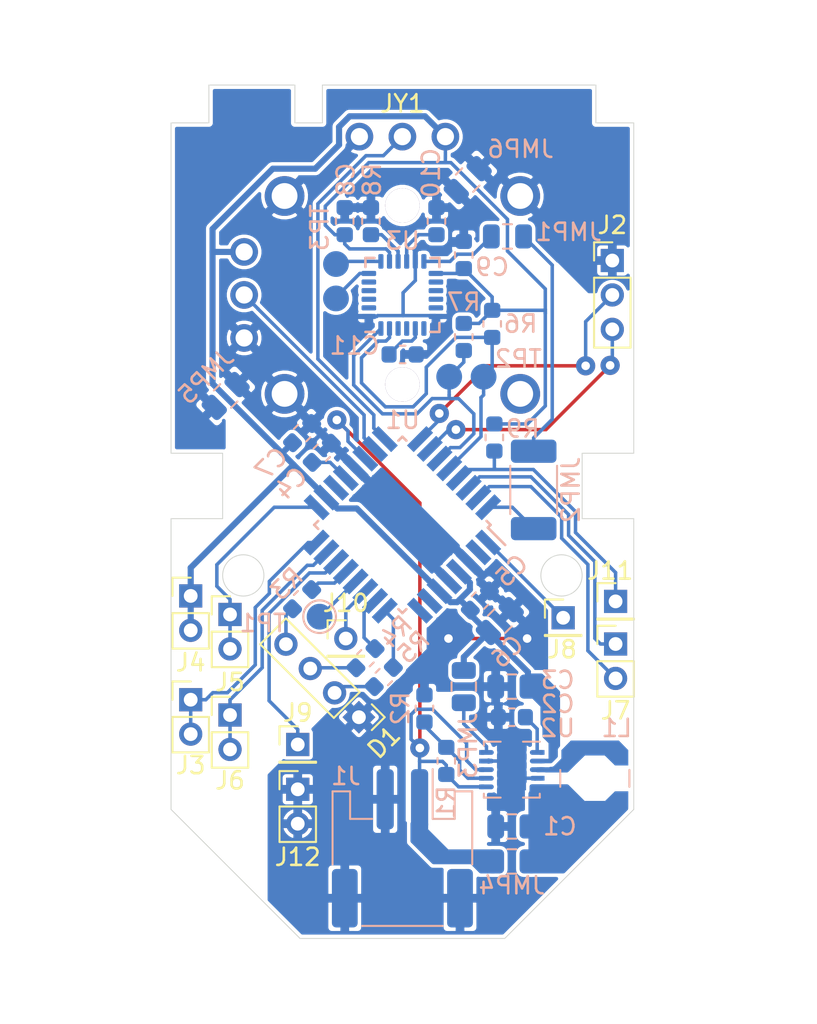
<source format=kicad_pcb>
(kicad_pcb (version 20211014) (generator pcbnew)
  (layers (0 "F.Cu" signal) (31 "B.Cu" signal) (34 "B.Paste" user) (35 "F.Paste" user) (36 "B.SilkS" user "B.Silkscreen") (37 "F.SilkS" user "F.Silkscreen") (38 "B.Mask" user) (39 "F.Mask" user) (44 "Edge.Cuts" user))
  (net 0 "")
  (net 1 "GND")
  (net 2 "+1V5")
  (net 3 "Net-(C2-Pad1)")
  (net 4 "+3V3")
  (net 5 "Net-(C4-Pad1)")
  (net 6 "Net-(C10-Pad1)")
  (net 7 "Net-(C11-Pad1)")
  (net 8 "Net-(D1-Pad4)")
  (net 9 "Net-(D1-Pad3)")
  (net 10 "Net-(D1-Pad2)")
  (net 11 "/BUT_C")
  (net 12 "/BUT_Z")
  (net 13 "/MISO")
  (net 14 "/SCK")
  (net 15 "/MOSI")
  (net 16 "/TX")
  (net 17 "/RX")
  (net 18 "/RF24_INT")
  (net 19 "/CSN")
  (net 20 "/CE")
  (net 21 "/RESET")
  (net 22 "/JOY_Y")
  (net 23 "/JOY_X")
  (net 24 "Net-(L1-Pad2)")
  (net 25 "Net-(R1-Pad2)")
  (net 26 "/B")
  (net 27 "/G")
  (net 28 "/R")
  (net 29 "/SCL")
  (net 30 "/SDA")
  (net 31 "Net-(R8-Pad1)")
  (net 32 "Net-(TP1-Pad1)")
  (net 33 "Net-(TP3-Pad2)")
  (net 34 "Net-(TP3-Pad1)")
  (net 35 "Net-(U1-Pad19)")
  (net 36 "Net-(U1-Pad8)")
  (net 37 "Net-(U1-Pad7)")
  (net 38 "Net-(U1-Pad2)")
  (net 39 "/MPU_INT")
  (footprint "Connector_PinHeader_2.00mm:PinHeader_1x04_P2.00mm_Vertical" (layer "F.Cu") (at 149.352 100.076 -135)
    (fp_text reference "D1")
    (fp_text value "LED_CRGB")
  )
  (footprint "Connector_PinHeader_2.00mm:PinHeader_1x02_P2.00mm_Vertical" (layer "F.Cu") (at 139.573 99.06)
    (fp_text reference "J3")
    (fp_text value "MISO")
  )
  (footprint "Connector_PinHeader_2.00mm:PinHeader_1x02_P2.00mm_Vertical" (layer "F.Cu") (at 139.573 93.0275)
    (fp_text reference "J4")
    (fp_text value "3v3")
  )
  (footprint "Connector_PinHeader_2.00mm:PinHeader_1x02_P2.00mm_Vertical" (layer "F.Cu") (at 141.859 94.107)
    (fp_text reference "J5")
    (fp_text value "SCK")
  )
  (footprint "Connector_PinHeader_2.00mm:PinHeader_1x02_P2.00mm_Vertical" (layer "F.Cu") (at 141.859 99.949)
    (fp_text reference "J6")
    (fp_text value "MOSI")
  )
  (footprint "Connector_PinHeader_2.00mm:PinHeader_1x02_P2.00mm_Vertical" (layer "F.Cu") (at 164.2745 95.8215)
    (fp_text reference "J7")
    (fp_text value "UART")
  )
  (footprint "Connector_PinHeader_2.00mm:PinHeader_1x01_P2.00mm_Vertical" (layer "F.Cu") (at 161.2265 94.2975)
    (fp_text reference "J8")
    (fp_text value "IRQ")
  )
  (footprint "Connector_PinHeader_2.00mm:PinHeader_1x01_P2.00mm_Vertical" (layer "F.Cu") (at 145.796 101.6635)
    (fp_text reference "J9")
    (fp_text value "CSN")
  )
  (footprint "Connector_PinHeader_2.00mm:PinHeader_1x01_P2.00mm_Vertical" (layer "F.Cu") (at 148.59 95.504)
    (fp_text reference "J10")
    (fp_text value "CE")
  )
  (footprint "Connector_PinHeader_2.00mm:PinHeader_1x01_P2.00mm_Vertical" (layer "F.Cu") (at 164.2745 93.345)
    (fp_text reference "J11")
    (fp_text value "RST")
  )
  (footprint "Connector_PinHeader_2.00mm:PinHeader_1x02_P2.00mm_Vertical" (layer "F.Cu") (at 145.796 104.267)
    (fp_text reference "J12")
    (fp_text value "GND")
  )
  (footprint "someparts:Nunchuk_Joystick" (layer "F.Cu") (at 151.88 75.536)
    (fp_text reference "JY1")
    (fp_text value "Nunchuk_Joystick")
  )
  (footprint "Connector_PinHeader_2.00mm:PinHeader_1x03_P2.00mm_Vertical" (layer "F.Cu") (at 164.084 73.536)
    (fp_text reference "J2")
    (fp_text value "Buttons")
  )
  (footprint "Resistor_SMD:R_0805_2012Metric" (layer "B.Cu") (at 155.448 98.298 -90)
    (fp_text reference "JMP3")
    (fp_text value "R_0805_2012Metric")
  )
  (footprint "Resistor_SMD:R_0805_2012Metric" (layer "B.Cu") (at 158.242 108.458 180)
    (fp_text reference "JMP4")
    (fp_text value "R_0805_2012Metric")
  )
  (footprint "Capacitor_SMD:C_0805_2012Metric" (layer "B.Cu") (at 158.242 106.426 180)
    (fp_text reference "C1")
    (fp_text value "10u")
  )
  (footprint "Capacitor_SMD:C_0603_1608Metric" (layer "B.Cu") (at 158.242 100.076 180)
    (fp_text reference "C2")
    (fp_text value "1u")
  )
  (footprint "Capacitor_SMD:C_0805_2012Metric" (layer "B.Cu") (at 158.242 98.298 180)
    (fp_text reference "C3")
    (fp_text value "10u")
  )
  (footprint "Capacitor_SMD:C_0603_1608Metric" (layer "B.Cu") (at 147.193 84.709 45)
    (fp_text reference "C4")
    (fp_text value "100n")
  )
  (footprint "Capacitor_SMD:C_0805_2012Metric" (layer "B.Cu") (at 157.5435 94.488 45)
    (fp_text reference "C6")
    (fp_text value "10u")
  )
  (footprint "Capacitor_SMD:C_0603_1608Metric" (layer "B.Cu") (at 146.05 83.566 45)
    (fp_text reference "C7")
    (fp_text value "100n")
  )
  (footprint "Capacitor_SMD:C_0603_1608Metric" (layer "B.Cu") (at 148.5265 71.247 90)
    (fp_text reference "C8")
    (fp_text value "10n")
  )
  (footprint "Capacitor_SMD:C_0603_1608Metric" (layer "B.Cu") (at 153.8605 71.247 90)
    (fp_text reference "C10")
    (fp_text value "100n")
  )
  (footprint "Inductor_SMD:L_Coilcraft_LPS4018" (layer "B.Cu") (at 163.068 103.632 90)
    (fp_text reference "L1")
    (fp_text value "2.2u")
  )
  (footprint "Resistor_SMD:R_0603_1608Metric" (layer "B.Cu") (at 154.432 102.616 90)
    (fp_text reference "R1")
    (fp_text value "220k")
  )
  (footprint "Resistor_SMD:R_0603_1608Metric" (layer "B.Cu") (at 153.162 99.568 90)
    (fp_text reference "R2")
    (fp_text value "100k")
  )
  (footprint "Resistor_SMD:R_0603_1608Metric" (layer "B.Cu") (at 146.05 93.218 45)
    (fp_text reference "R3")
    (fp_text value "150")
  )
  (footprint "Resistor_SMD:R_0603_1608Metric" (layer "B.Cu") (at 149.733 96.647 45)
    (fp_text reference "R4")
    (fp_text value "150")
  )
  (footprint "Resistor_SMD:R_0603_1608Metric" (layer "B.Cu") (at 150.797847 97.741153 45)
    (fp_text reference "R5")
    (fp_text value "150")
  )
  (footprint "Resistor_SMD:R_0603_1608Metric" (layer "B.Cu") (at 157.099 77.216 -90)
    (fp_text reference "R6")
    (fp_text value "2.2k")
  )
  (footprint "Resistor_SMD:R_0603_1608Metric" (layer "B.Cu") (at 155.448 77.978 -90)
    (fp_text reference "R7")
    (fp_text value "2.2k")
  )
  (footprint "Resistor_SMD:R_0603_1608Metric" (layer "B.Cu") (at 150.0505 71.247 90)
    (fp_text reference "R8")
    (fp_text value "4.7k")
  )
  (footprint "Resistor_SMD:R_0603_1608Metric" (layer "B.Cu") (at 157.226 83.82 -90)
    (fp_text reference "R9")
    (fp_text value "10k")
  )
  (footprint "TestPoint:TestPoint_Pad_D1.5mm" (layer "B.Cu") (at 147.066 94.234)
    (fp_text reference "TP1")
    (fp_text value "CLKO")
  )
  (footprint "someparts:TP_2_D1.5mm" (layer "B.Cu") (at 155.6004 80.2894)
    (fp_text reference "TP2")
    (fp_text value "I2C")
  )
  (footprint "someparts:TP_2_D1.5mm" (layer "B.Cu") (at 148.0185 74.7395 90)
    (fp_text reference "TP3")
    (fp_text value "AUX_I2C")
  )
  (footprint "Package_SON:Texas_S-PVSON-N10_ThermalVias" (layer "B.Cu") (at 158.242 103.124 180)
    (fp_text reference "U2")
    (fp_text value "TPS61201DRC")
  )
  (footprint "Sensor_Motion:InvenSense_QFN-24_4x4mm_P0.5mm" (layer "B.Cu") (at 151.88 75.536)
    (fp_text reference "U3")
    (fp_text value "MPU-6050")
  )
  (footprint "Resistor_SMD:R_0805_2012Metric" (layer "B.Cu") (at 155.6766 68.8594 45)
    (fp_text reference "JMP6")
    (fp_text value "R_0805_2012Metric")
  )
  (footprint "Resistor_SMD:R_0805_2012Metric" (layer "B.Cu") (at 141.605 81.407 45)
    (fp_text reference "JMP5")
    (fp_text value "R_0805_2012Metric")
  )
  (footprint "Package_QFP:TQFP-32_7x7mm_P0.8mm" (layer "B.Cu") (at 151.88 88.9 135)
    (fp_text reference "U1")
    (fp_text value "ATmega328P-AU")
  )
  (footprint "Capacitor_SMD:C_0603_1608Metric" (layer "B.Cu") (at 155.448 73.2155 90)
    (fp_text reference "C9")
    (fp_text value "100n")
  )
  (footprint "Connector_JST:JST_PH_S2B-PH-SM4-TB_1x02-1MP_P2.00mm_Horizontal" (layer "B.Cu") (at 151.88 107.696 180)
    (fp_text reference "J1")
    (fp_text value "Battery")
  )
  (footprint "Capacitor_SMD:C_0603_1608Metric" (layer "B.Cu") (at 156.385847 93.296153 45)
    (fp_text reference "C5")
    (fp_text value "100n")
  )
  (footprint "Capacitor_SMD:C_0603_1608Metric" (layer "B.Cu") (at 151.892 78.994)
    (fp_text reference "C11")
    (fp_text value "2.2n")
  )
  (footprint "Resistor_SMD:R_0805_2012Metric" (layer "B.Cu") (at 157.988 72.136)
    (fp_text reference "JMP1")
    (fp_text value "R_0805_2012Metric")
  )
  (footprint "Resistor_SMD:R_2010_5025Metric" (layer "B.Cu") (at 159.512 86.868 90)
    (fp_text reference "JMP2")
    (fp_text value "R_2010_5025Metric")
  )
  (gr_line (start 165.33 88.536) (end 162.33 88.536) (layer "Edge.Cuts") (width 0.05))
  (gr_line (start 163.13 63.336) (end 147.23 63.336) (layer "Edge.Cuts") (width 0.05))
  (gr_line (start 162.33 88.536) (end 162.33 84.736) (layer "Edge.Cuts") (width 0.05))
  (gr_line (start 145.63 65.536) (end 145.63 63.336) (layer "Edge.Cuts") (width 0.05))
  (gr_line (start 147.23 65.536) (end 145.63 65.536) (layer "Edge.Cuts") (width 0.05))
  (gr_line (start 145.93 112.936) (end 138.43 105.436) (layer "Edge.Cuts") (width 0.05))
  (gr_line (start 163.13 65.536) (end 163.13 63.336) (layer "Edge.Cuts") (width 0.05))
  (gr_line (start 165.33 84.736) (end 165.33 65.536) (layer "Edge.Cuts") (width 0.05))
  (gr_line (start 165.33 65.536) (end 163.13 65.536) (layer "Edge.Cuts") (width 0.05))
  (gr_line (start 162.33 84.736) (end 165.33 84.736) (layer "Edge.Cuts") (width 0.05))
  (gr_line (start 147.23 63.336) (end 147.23 65.536) (layer "Edge.Cuts") (width 0.05))
  (gr_line (start 138.43 105.436) (end 138.43 88.536) (layer "Edge.Cuts") (width 0.05))
  (gr_line (start 138.43 84.736) (end 141.43 84.736) (layer "Edge.Cuts") (width 0.05))
  (gr_line (start 141.43 88.536) (end 138.43 88.536) (layer "Edge.Cuts") (width 0.05))
  (gr_line (start 141.43 84.736) (end 141.43 88.536) (layer "Edge.Cuts") (width 0.05))
  (gr_line (start 138.43 65.536) (end 138.43 84.736) (layer "Edge.Cuts") (width 0.05))
  (gr_line (start 145.63 63.336) (end 140.63 63.336) (layer "Edge.Cuts") (width 0.05))
  (gr_line (start 140.63 63.336) (end 140.63 65.536) (layer "Edge.Cuts") (width 0.05))
  (gr_line (start 140.63 65.536) (end 138.43 65.536) (layer "Edge.Cuts") (width 0.05))
  (gr_line (start 145.93 112.936) (end 157.83 112.936) (layer "Edge.Cuts") (width 0.05))
  (gr_line (start 165.33 105.436) (end 165.33 88.536) (layer "Edge.Cuts") (width 0.05))
  (gr_line (start 157.83 112.936) (end 165.33 105.436) (layer "Edge.Cuts") (width 0.05))
  (gr_circle (center 161.13 91.836) (end 162.33 91.836) (layer "Edge.Cuts") (width 0.05) (fill none))
  (gr_circle (center 142.63 91.836) (end 143.83 91.836) (layer "Edge.Cuts") (width 0.05) (fill none))
  (segment (start 159.131 95.504) (end 158.340738 95.504) (width 0.2032) (layer "F.Cu") (net 1))
  (segment (start 158.340738 95.504) (end 154.559 95.504) (width 0.2032) (layer "F.Cu") (net 1))
  (via (at 159.131 95.504) (size 1.1176) (drill 0.5) (layers "F.Cu" "B.Cu") (net 1))
  (via (at 154.559 95.504) (size 1.1176) (drill 0.5) (layers "F.Cu" "B.Cu") (net 1))
  (segment (start 154.461902 72.644) (end 155.232 72.644) (width 0.2032) (layer "B.Cu") (net 1))
  (segment (start 150.38761 76.786) (end 150.436 76.73761) (width 0.2032) (layer "B.Cu") (net 1))
  (segment (start 152.6795 78.994) (end 153.416 78.994) (width 0.2032) (layer "B.Cu") (net 1))
  (segment (start 150.436 76.73761) (end 151.92161 76.73761) (width 0.2032) (layer "B.Cu") (net 1))
  (segment (start 151.92161 75.40839) (end 151.92161 76.73761) (width 0.2032) (layer "B.Cu") (net 1))
  (segment (start 159.717 103.624) (end 158.742 103.624) (width 0.2032) (layer "B.Cu") (net 1))
  (segment (start 153.83 78.58) (end 153.83 76.786) (width 0.2032) (layer "B.Cu") (net 1))
  (segment (start 153.416 78.994) (end 153.83 78.58) (width 0.2032) (layer "B.Cu") (net 1))
  (segment (start 152.63 73.586) (end 152.63 73.061) (width 0.2032) (layer "B.Cu") (net 1))
  (segment (start 154.332292 72.77361) (end 154.461902 72.644) (width 0.2032) (layer "B.Cu") (net 1))
  (segment (start 158.742 103.624) (end 158.242 103.124) (width 0.2032) (layer "B.Cu") (net 1))
  (segment (start 158.492 101.574) (end 158.492 102.874) (width 0.2032) (layer "B.Cu") (net 1))
  (segment (start 158.492 102.874) (end 158.242 103.124) (width 0.2032) (layer "B.Cu") (net 1))
  (segment (start 151.92161 76.73761) (end 153.78161 76.73761) (width 0.2032) (layer "B.Cu") (net 1))
  (segment (start 149.93 76.786) (end 150.38761 76.786) (width 0.2032) (layer "B.Cu") (net 1))
  (segment (start 153.78161 76.73761) (end 153.83 76.786) (width 0.2032) (layer "B.Cu") (net 1))
  (segment (start 152.63 74.7) (end 151.92161 75.40839) (width 0.2032) (layer "B.Cu") (net 1))
  (segment (start 152.63 73.586) (end 152.63 74.7) (width 0.2032) (layer "B.Cu") (net 1))
  (segment (start 152.63 73.061) (end 152.91739 72.77361) (width 0.2032) (layer "B.Cu") (net 1))
  (segment (start 152.91739 72.77361) (end 154.332292 72.77361) (width 0.2032) (layer "B.Cu") (net 1))
  (segment (start 157.742 102.624) (end 158.242 103.124) (width 0.2032) (layer "B.Cu") (net 1))
  (segment (start 155.232 72.644) (end 155.448 72.428) (width 0.2032) (layer "B.Cu") (net 1))
  (segment (start 156.767 102.624) (end 157.742 102.624) (width 0.2032) (layer "B.Cu") (net 1))
  (segment (start 152.89525 87.627498) (end 152.89525 101.86675) (width 0.2032) (layer "F.Cu") (net 2))
  (segment (start 148.068793 82.801041) (end 152.89525 87.627498) (width 0.2032) (layer "F.Cu") (net 2))
  (via (at 148.068793 82.801041) (size 1.1176) (drill 0.5) (layers "F.Cu" "B.Cu") (net 2))
  (via (at 152.89525 101.86675) (size 1.1176) (drill 0.5) (layers "F.Cu" "B.Cu") (net 2))
  (segment (start 152.89525 101.86675) (end 152.8825 101.854) (width 0.2032) (layer "B.Cu") (net 2))
  (segment (start 155.61182 101.594418) (end 153.633792 99.61639) (width 0.2032) (layer "B.Cu") (net 2))
  (segment (start 152.88 104.846) (end 152.88 106.696) (width 0.2032) (layer "B.Cu") (net 2))
  (segment (start 152.38539 99.921208) (end 152.38539 101.35939) (width 0.2032) (layer "B.Cu") (net 2))
  (segment (start 152.88 106.696) (end 154.642 108.458) (width 0.2032) (layer "B.Cu") (net 2))
  (segment (start 156.767 103.124) (end 156.1388 103.124) (width 0.2032) (layer "B.Cu") (net 2))
  (segment (start 164.6015 104.851) (end 164.6255 104.827) (width 0.2032) (layer "B.Cu") (net 2))
  (segment (start 155.1525 104.124) (end 156.482 104.124) (width 0.2032) (layer "B.Cu") (net 2))
  (segment (start 164.6255 104.827) (end 164.6255 105.311) (width 0.2032) (layer "B.Cu") (net 2))
  (segment (start 156.717 108.458) (end 157.3045 108.458) (width 0.2032) (layer "B.Cu") (net 2))
  (segment (start 152.88 104.846) (end 152.88 102.644) (width 0.2032) (layer "B.Cu") (net 2))
  (segment (start 154.432 103.4035) (end 154.432 102.866) (width 0.2032) (layer "B.Cu") (net 2))
  (segment (start 153.633792 99.61639) (end 152.690208 99.61639) (width 0.2032) (layer "B.Cu") (net 2))
  (segment (start 154.432 102.866) (end 154.21 102.644) (width 0.2032) (layer "B.Cu") (net 2))
  (segment (start 155.61182 102.59702) (end 155.61182 101.594418) (width 0.2032) (layer "B.Cu") (net 2))
  (segment (start 152.38539 101.35939) (end 152.480001 101.454001) (width 0.2032) (layer "B.Cu") (net 2))
  (segment (start 154.21 102.644) (end 152.88 102.644) (width 0.2032) (layer "B.Cu") (net 2))
  (segment (start 148.717 83.449248) (end 148.068793 82.801041) (width 0.2032) (layer "B.Cu") (net 2))
  (segment (start 154.642 108.458) (end 156.717 108.458) (width 0.2032) (layer "B.Cu") (net 2))
  (segment (start 152.8825 101.854) (end 152.88 101.854) (width 0.2032) (layer "B.Cu") (net 2))
  (segment (start 152.88 101.882) (end 152.89525 101.86675) (width 0.2032) (layer "B.Cu") (net 2))
  (segment (start 156.1388 103.124) (end 155.61182 102.59702) (width 0.2032) (layer "B.Cu") (net 2))
  (segment (start 148.717 84.039944) (end 148.717 83.449248) (width 0.2032) (layer "B.Cu") (net 2))
  (segment (start 154.432 103.4035) (end 155.1525 104.124) (width 0.2032) (layer "B.Cu") (net 2))
  (segment (start 149.723324 85.046268) (end 148.717 84.039944) (width 0.2032) (layer "B.Cu") (net 2))
  (segment (start 152.480001 101.454001) (end 152.88 101.854) (width 0.2032) (layer "B.Cu") (net 2))
  (segment (start 152.690208 99.61639) (end 152.38539 99.921208) (width 0.2032) (layer "B.Cu") (net 2))
  (segment (start 164.6255 105.311) (end 164.561 105.3755) (width 0.2032) (layer "B.Cu") (net 2))
  (segment (start 164.1155 104.851) (end 164.6015 104.851) (width 0.2032) (layer "B.Cu") (net 2))
  (segment (start 152.88 102.644) (end 152.88 101.882) (width 0.2032) (layer "B.Cu") (net 2))
  (segment (start 159.717 100.7635) (end 159.0295 100.076) (width 0.2032) (layer "B.Cu") (net 3))
  (segment (start 159.717 102.124) (end 159.717 100.7635) (width 0.2032) (layer "B.Cu") (net 3))
  (segment (start 153.197399 65.153399) (end 153.575201 65.531201) (width 0.3556) (layer "B.Cu") (net 4))
  (segment (start 156.337 77.1905) (end 157.099 76.4285) (width 0.2032) (layer "B.Cu") (net 4))
  (segment (start 146.824188 86.672615) (end 147.460583 87.30901) (width 0.3556) (layer "B.Cu") (net 4))
  (segment (start 154.378331 67.845611) (end 154.696489 67.845611) (width 0.2032) (layer "B.Cu") (net 4))
  (segment (start 148.197399 65.768351) (end 148.812351 65.153399) (width 0.3556) (layer "B.Cu") (net 4))
  (segment (start 157.099 76.4285) (end 160.127502 76.4285) (width 0.2032) (layer "B.Cu") (net 4))
  (segment (start 145.556886 85.405314) (end 146.824188 86.672615) (width 0.3556) (layer "B.Cu") (net 4))
  (segment (start 148.5265 72.0345) (end 148.5265 72.572) (width 0.2032) (layer "B.Cu") (net 4))
  (segment (start 155.165 74.286) (end 155.448 74.003) (width 0.2032) (layer "B.Cu") (net 4))
  (segment (start 159.141342 83.0325) (end 160.188001 81.985841) (width 0.2032) (layer "B.Cu") (net 4))
  (segment (start 159.1795 97.449826) (end 156.880587 95.150913) (width 0.3556) (layer "B.Cu") (net 4))
  (segment (start 155.422414 93.446414) (end 155.216042 93.240042) (width 0.3556) (layer "B.Cu") (net 4))
  (segment (start 155.216042 93.240042) (end 155.804442 92.651642) (width 0.3556) (layer "B.Cu") (net 4))
  (segment (start 146.812 68.199) (end 148.197399 66.813601) (width 0.3556) (layer "B.Cu") (net 4))
  (segment (start 155.829 93.853) (end 155.829 94.099326) (width 0.3556) (layer "B.Cu") (net 4))
  (segment (start 139.573 93.0275) (end 139.573 91.3892) (width 0.3556) (layer "B.Cu") (net 4))
  (segment (start 155.448 74.003) (end 157.099 75.654) (width 0.2032) (layer "B.Cu") (net 4))
  (segment (start 140.843 71.702382) (end 144.346382 68.199) (width 0.3556) (layer "B.Cu") (net 4))
  (segment (start 153.400281 92.117337) (end 154.036676 92.753732) (width 0.3556) (layer "B.Cu") (net 4))
  (segment (start 140.843 80.691426) (end 144.883787 84.732213) (width 0.3556) (layer "B.Cu") (net 4))
  (segment (start 156.767 101.7808) (end 155.448 100.4618) (width 0.2032) (layer "B.Cu") (net 4))
  (segment (start 157.988 72.9869) (end 160.188001 75.186901) (width 0.2032) (layer "B.Cu") (net 4))
  (segment (start 144.346382 68.199) (end 146.812 68.199) (width 0.3556) (layer "B.Cu") (net 4))
  (segment (start 155.448 100.4618) (end 155.448 99.823) (width 0.2032) (layer "B.Cu") (net 4))
  (segment (start 154.38 66.336) (end 154.38 67.474159) (width 0.2032) (layer "B.Cu") (net 4))
  (segment (start 140.843 73.025) (end 140.843 80.691426) (width 0.3556) (layer "B.Cu") (net 4))
  (segment (start 160.188001 81.985841) (end 160.188001 76.609301) (width 0.2032) (layer "B.Cu") (net 4))
  (segment (start 151.13 73.061) (end 151.13 73.586) (width 0.2032) (layer "B.Cu") (net 4))
  (segment (start 155.829 93.853) (end 155.422414 93.446414) (width 0.3556) (layer "B.Cu") (net 4))
  (segment (start 154.673071 93.390127) (end 155.065957 93.390127) (width 0.3556) (layer "B.Cu") (net 4))
  (segment (start 154.036676 92.753732) (end 154.673071 93.390127) (width 0.3556) (layer "B.Cu") (net 4))
  (segment (start 157.226 83.0325) (end 159.141342 83.0325) (width 0.2032) (layer "B.Cu") (net 4))
  (segment (start 149.228349 87.945405) (end 153.247272 91.964328) (width 0.3556) (layer "B.Cu") (net 4))
  (segment (start 147.9515 72.0345) (end 147.3962 71.4792) (width 0.2032) (layer "B.Cu") (net 4))
  (segment (start 147.460583 87.30901) (end 148.096978 87.945405) (width 0.3556) (layer "B.Cu") (net 4))
  (segment (start 144.883787 84.732213) (end 145.556886 85.405314) (width 0.3556) (layer "B.Cu") (net 4))
  (segment (start 160.188001 76.609301) (end 160.188001 76.368001) (width 0.2032) (layer "B.Cu") (net 4))
  (segment (start 145.493153 84.122847) (end 145.113084 84.502916) (width 0.3556) (layer "B.Cu") (net 4))
  (segment (start 154.696489 67.845611) (end 157.988 71.137122) (width 0.2032) (layer "B.Cu") (net 4))
  (segment (start 145.113084 84.502916) (end 144.883787 84.732213) (width 0.3556) (layer "B.Cu") (net 4))
  (segment (start 154.38 67.474159) (end 154.378331 67.475828) (width 0.2032) (layer "B.Cu") (net 4))
  (segment (start 160.127502 76.4285) (end 160.188001 76.368001) (width 0.2032) (layer "B.Cu") (net 4))
  (segment (start 155.448 97.3605) (end 155.448 96.5835) (width 0.3556) (layer "B.Cu") (net 4))
  (segment (start 147.3962 70.378898) (end 149.929487 67.845611) (width 0.2032) (layer "B.Cu") (net 4))
  (segment (start 148.5265 72.572) (end 148.81389 72.85939) (width 0.2032) (layer "B.Cu") (net 4))
  (segment (start 153.247272 91.964328) (end 153.400281 92.117337) (width 0.3556) (layer "B.Cu") (net 4))
  (segment (start 148.5265 72.0345) (end 147.9515 72.0345) (width 0.2032) (layer "B.Cu") (net 4))
  (segment (start 155.829 94.099326) (end 156.880587 95.150913) (width 0.3556) (layer "B.Cu") (net 4))
  (segment (start 155.448 96.5835) (end 156.880587 95.150913) (width 0.3556) (layer "B.Cu") (net 4))
  (segment (start 157.099 75.654) (end 157.099 76.4285) (width 0.2032) (layer "B.Cu") (net 4))
  (segment (start 155.804442 92.651642) (end 155.804442 92.258756) (width 0.3556) (layer "B.Cu") (net 4))
  (segment (start 154.378331 67.475828) (end 154.378331 67.845611) (width 0.2032) (layer "B.Cu") (net 4))
  (segment (start 160.188001 75.186901) (end 160.188001 76.609301) (width 0.2032) (layer "B.Cu") (net 4))
  (segment (start 156.767 102.124) (end 156.767 101.7808) (width 0.2032) (layer "B.Cu") (net 4))
  (segment (start 140.843 73.025) (end 140.843 71.702382) (width 0.3556) (layer "B.Cu") (net 4))
  (segment (start 155.065957 93.390127) (end 155.216042 93.240042) (width 0.3556) (layer "B.Cu") (net 4))
  (segment (start 147.3962 71.4792) (end 147.3962 70.378898) (width 0.2032) (layer "B.Cu") (net 4))
  (segment (start 140.854 73.036) (end 140.843 73.025) (width 0.3556) (layer "B.Cu") (net 4))
  (segment (start 142.68 73.036) (end 140.854 73.036) (width 0.3556) (layer "B.Cu") (net 4))
  (segment (start 155.448 99.823) (end 155.448 99.2355) (width 0.2032) (layer "B.Cu") (net 4))
  (segment (start 153.83 74.286) (end 155.165 74.286) (width 0.2032) (layer "B.Cu") (net 4))
  (segment (start 148.81389 72.85939) (end 150.92839 72.85939) (width 0.2032) (layer "B.Cu") (net 4))
  (segment (start 148.197399 66.813601) (end 148.197399 65.768351) (width 0.3556) (layer "B.Cu") (net 4))
  (segment (start 139.573 91.3892) (end 145.556886 85.405314) (width 0.3556) (layer "B.Cu") (net 4))
  (segment (start 155.448 77.1905) (end 156.337 77.1905) (width 0.2032) (layer "B.Cu") (net 4))
  (segment (start 148.812351 65.153399) (end 153.197399 65.153399) (width 0.3556) (layer "B.Cu") (net 4))
  (segment (start 150.92839 72.85939) (end 151.13 73.061) (width 0.2032) (layer "B.Cu") (net 4))
  (segment (start 155.804442 92.258756) (end 155.168047 91.622361) (width 0.3556) (layer "B.Cu") (net 4))
  (segment (start 153.575201 65.531201) (end 154.38 66.336) (width 0.3556) (layer "B.Cu") (net 4))
  (segment (start 159.1795 98.298) (end 159.1795 97.449826) (width 0.3556) (layer "B.Cu") (net 4))
  (segment (start 148.096978 87.945405) (end 149.228349 87.945405) (width 0.3556) (layer "B.Cu") (net 4))
  (segment (start 157.988 71.137122) (end 157.988 72.9869) (width 0.2032) (layer "B.Cu") (net 4))
  (segment (start 139.573 95.0275) (end 139.573 93.0275) (width 0.3556) (layer "B.Cu") (net 4))
  (segment (start 149.929487 67.845611) (end 154.378331 67.845611) (width 0.2032) (layer "B.Cu") (net 4))
  (segment (start 148.591953 86.177639) (end 147.680161 85.265847) (width 0.2032) (layer "B.Cu") (net 5))
  (segment (start 147.680161 85.265847) (end 146.636153 85.265847) (width 0.2032) (layer "B.Cu") (net 5))
  (segment (start 152.82247 72.0345) (end 152.13 72.72697) (width 0.2032) (layer "B.Cu") (net 6))
  (segment (start 153.8605 72.0345) (end 152.82247 72.0345) (width 0.2032) (layer "B.Cu") (net 6))
  (segment (start 152.13 72.72697) (end 152.13 73.061) (width 0.2032) (layer "B.Cu") (net 6))
  (segment (start 152.13 73.061) (end 152.13 73.586) (width 0.2032) (layer "B.Cu") (net 6))
  (segment (start 152.42361 78.21739) (end 151.88111 78.21739) (width 0.2032) (layer "B.Cu") (net 7))
  (segment (start 151.566112 78.532388) (end 151.1045 78.994) (width 0.2032) (layer "B.Cu") (net 7))
  (segment (start 152.63 77.486) (end 152.63 78.011) (width 0.2032) (layer "B.Cu") (net 7))
  (segment (start 152.63 78.011) (end 152.42361 78.21739) (width 0.2032) (layer "B.Cu") (net 7))
  (segment (start 151.88111 78.21739) (end 151.566112 78.532388) (width 0.2032) (layer "B.Cu") (net 7))
  (segment (start 145.493153 93.774847) (end 145.109359 94.158641) (width 0.2032) (layer "B.Cu") (net 8))
  (segment (start 145.109359 94.158641) (end 145.109359 95.833359) (width 0.2032) (layer "B.Cu") (net 8))
  (segment (start 146.567299 97.203847) (end 146.523573 97.247573) (width 0.2032) (layer "B.Cu") (net 9))
  (segment (start 149.176153 97.203847) (end 146.567299 97.203847) (width 0.2032) (layer "B.Cu") (net 9))
  (segment (start 150.241 98.298) (end 148.301572 98.298) (width 0.2032) (layer "B.Cu") (net 10))
  (segment (start 148.301572 98.298) (end 147.937786 98.661786) (width 0.2032) (layer "B.Cu") (net 10))
  (segment (start 160.2232 83.3628) (end 154.9908 83.3628) (width 0.2032) (layer "F.Cu") (net 11))
  (segment (start 163.957 79.629) (end 160.2232 83.3628) (width 0.2032) (layer "F.Cu") (net 11))
  (via (at 154.9908 83.3628) (size 1.1176) (drill 0.5) (layers "F.Cu" "B.Cu") (net 11))
  (via (at 163.957 79.629) (size 1.1176) (drill 0.5) (layers "F.Cu" "B.Cu") (net 11))
  (segment (start 153.47099 84.480583) (end 154.588773 83.3628) (width 0.2032) (layer "B.Cu") (net 11))
  (segment (start 154.588773 83.3628) (end 154.9908 83.3628) (width 0.2032) (layer "B.Cu") (net 11))
  (segment (start 164.084 77.536) (end 164.084 79.502) (width 0.2032) (layer "B.Cu") (net 11))
  (segment (start 164.084 79.502) (end 163.957 79.629) (width 0.2032) (layer "B.Cu") (net 11))
  (segment (start 162.5346 79.6544) (end 156.7942 79.6544) (width 0.2032) (layer "F.Cu") (net 12))
  (segment (start 156.7942 79.6544) (end 154.0256 82.423) (width 0.2032) (layer "F.Cu") (net 12))
  (via (at 162.5346 79.6544) (size 1.1176) (drill 0.5) (layers "F.Cu" "B.Cu") (net 12))
  (via (at 154.0256 82.423) (size 1.1176) (drill 0.5) (layers "F.Cu" "B.Cu") (net 12))
  (segment (start 154.0256 82.794602) (end 152.905305 83.914897) (width 0.2032) (layer "B.Cu") (net 12))
  (segment (start 162.5346 77.0854) (end 162.5346 79.6544) (width 0.2032) (layer "B.Cu") (net 12))
  (segment (start 164.084 75.536) (end 162.5346 77.0854) (width 0.2032) (layer "B.Cu") (net 12))
  (segment (start 154.0256 82.423) (end 154.0256 82.794602) (width 0.2032) (layer "B.Cu") (net 12))
  (segment (start 144.145 92.186293) (end 144.145 92.884255) (width 0.2032) (layer "B.Cu") (net 13))
  (segment (start 143.326338 93.702917) (end 143.326338 97.033238) (width 0.2032) (layer "B.Cu") (net 13))
  (segment (start 141.706288 98.653288) (end 140.857912 98.653288) (width 0.2032) (layer "B.Cu") (net 13))
  (segment (start 140.857912 98.653288) (end 140.4512 99.06) (width 0.2032) (layer "B.Cu") (net 13))
  (segment (start 146.894897 89.925305) (end 146.405988 89.925305) (width 0.2032) (layer "B.Cu") (net 13))
  (segment (start 146.405988 89.925305) (end 144.145 92.186293) (width 0.2032) (layer "B.Cu") (net 13))
  (segment (start 139.573 99.06) (end 139.573 101.06) (width 0.2032) (layer "B.Cu") (net 13))
  (segment (start 143.326338 97.033238) (end 141.706288 98.653288) (width 0.2032) (layer "B.Cu") (net 13))
  (segment (start 144.145 92.884255) (end 143.326338 93.702917) (width 0.2032) (layer "B.Cu") (net 13))
  (segment (start 140.4512 99.06) (end 139.573 99.06) (width 0.2032) (layer "B.Cu") (net 13))
  (segment (start 141.09277 91.212752) (end 144.430827 87.874695) (width 0.2032) (layer "B.Cu") (net 14))
  (segment (start 144.430827 87.874695) (end 146.405988 87.874695) (width 0.2032) (layer "B.Cu") (net 14))
  (segment (start 141.859 94.107) (end 141.859 93.2288) (width 0.2032) (layer "B.Cu") (net 14))
  (segment (start 141.09277 92.46257) (end 141.09277 91.212752) (width 0.2032) (layer "B.Cu") (net 14))
  (segment (start 141.859 93.2288) (end 141.09277 92.46257) (width 0.2032) (layer "B.Cu") (net 14))
  (segment (start 146.405988 87.874695) (end 146.894897 87.874695) (width 0.2032) (layer "B.Cu") (net 14))
  (segment (start 141.859 94.107) (end 141.859 96.107) (width 0.2032) (layer "B.Cu") (net 14))
  (segment (start 146.702073 91.2495) (end 146.824188 91.127385) (width 0.2032) (layer "B.Cu") (net 15))
  (segment (start 141.859 99.949) (end 141.859 101.949) (width 0.2032) (layer "B.Cu") (net 15))
  (segment (start 146.349979 91.2495) (end 146.702073 91.2495) (width 0.2032) (layer "B.Cu") (net 15))
  (segment (start 143.729548 97.200252) (end 143.729548 93.869931) (width 0.2032) (layer "B.Cu") (net 15))
  (segment (start 146.824188 91.127385) (end 147.460583 90.49099) (width 0.2032) (layer "B.Cu") (net 15))
  (segment (start 143.729548 93.869931) (end 146.349979 91.2495) (width 0.2032) (layer "B.Cu") (net 15))
  (segment (start 141.859 99.0708) (end 143.729548 97.200252) (width 0.2032) (layer "B.Cu") (net 15))
  (segment (start 141.859 99.949) (end 141.859 99.0708) (width 0.2032) (layer "B.Cu") (net 15))
  (segment (start 156.935812 86.672615) (end 156.299417 87.30901) (width 0.2032) (layer "B.Cu") (net 16))
  (segment (start 162.665304 91.202103) (end 161.13861 89.675409) (width 0.2032) (layer "B.Cu") (net 16))
  (segment (start 161.13861 88.464368) (end 159.346857 86.672615) (width 0.2032) (layer "B.Cu") (net 16))
  (segment (start 159.346857 86.672615) (end 156.935812 86.672615) (width 0.2032) (layer "B.Cu") (net 16))
  (segment (start 162.665304 96.212304) (end 162.665304 91.202103) (width 0.2032) (layer "B.Cu") (net 16))
  (segment (start 164.2745 97.8215) (end 162.665304 96.212304) (width 0.2032) (layer "B.Cu") (net 16))
  (segment (start 161.13861 89.675409) (end 161.13861 88.464368) (width 0.2032) (layer "B.Cu") (net 16))
  (segment (start 156.370127 86.106929) (end 155.733732 86.743324) (width 0.2032) (layer "B.Cu") (net 17))
  (segment (start 163.3963 95.8215) (end 163.068514 95.493714) (width 0.2032) (layer "B.Cu") (net 17))
  (segment (start 163.068514 91.035088) (end 162.832318 90.798893) (width 0.2032) (layer "B.Cu") (net 17))
  (segment (start 162.832318 90.798893) (end 161.54182 89.508395) (width 0.2032) (layer "B.Cu") (net 17))
  (segment (start 164.2745 95.8215) (end 163.3963 95.8215) (width 0.2032) (layer "B.Cu") (net 17))
  (segment (start 161.54182 89.508395) (end 161.54182 88.297353) (width 0.2032) (layer "B.Cu") (net 17))
  (segment (start 161.54182 88.297353) (end 159.351396 86.106929) (width 0.2032) (layer "B.Cu") (net 17))
  (segment (start 163.068514 95.493714) (end 163.068514 91.035088) (width 0.2032) (layer "B.Cu") (net 17))
  (segment (start 159.351396 86.106929) (end 156.370127 86.106929) (width 0.2032) (layer "B.Cu") (net 17))
  (segment (start 161.2265 94.286702) (end 161.2265 94.2975) (width 0.2032) (layer "B.Cu") (net 18))
  (segment (start 156.865103 89.925305) (end 161.2265 94.286702) (width 0.2032) (layer "B.Cu") (net 18))
  (segment (start 146.476633 91.693071) (end 144.132758 94.036946) (width 0.2032) (layer "B.Cu") (net 19))
  (segment (start 145.796 100.7853) (end 145.796 101.6635) (width 0.2032) (layer "B.Cu") (net 19))
  (segment (start 148.026268 91.056676) (end 147.389873 91.693071) (width 0.2032) (layer "B.Cu") (net 19))
  (segment (start 144.132758 94.036946) (end 144.132758 99.122058) (width 0.2032) (layer "B.Cu") (net 19))
  (segment (start 144.132758 99.122058) (end 145.796 100.7853) (width 0.2032) (layer "B.Cu") (net 19))
  (segment (start 147.389873 91.693071) (end 146.476633 91.693071) (width 0.2032) (layer "B.Cu") (net 19))
  (segment (start 148.59 93.887056) (end 148.59 95.504) (width 0.2032) (layer "B.Cu") (net 20))
  (segment (start 149.723324 92.753732) (end 148.59 93.887056) (width 0.2032) (layer "B.Cu") (net 20))
  (segment (start 157.226 85.598) (end 157.309574 85.681574) (width 0.2032) (layer "B.Cu") (net 21))
  (segment (start 157.309574 85.681574) (end 155.664112 85.681574) (width 0.2032) (layer "B.Cu") (net 21))
  (segment (start 159.496266 85.681574) (end 157.309574 85.681574) (width 0.2032) (layer "B.Cu") (net 21))
  (segment (start 164.2745 91.670851) (end 161.94503 89.341381) (width 0.2032) (layer "B.Cu") (net 21))
  (segment (start 157.226 84.6075) (end 157.226 85.598) (width 0.2032) (layer "B.Cu") (net 21))
  (segment (start 161.94503 89.341381) (end 161.94503 88.130338) (width 0.2032) (layer "B.Cu") (net 21))
  (segment (start 161.94503 88.130338) (end 159.496266 85.681574) (width 0.2032) (layer "B.Cu") (net 21))
  (segment (start 155.664112 85.681574) (end 155.168047 86.177639) (width 0.2032) (layer "B.Cu") (net 21))
  (segment (start 164.2745 93.345) (end 164.2745 91.670851) (width 0.2032) (layer "B.Cu") (net 21))
  (segment (start 143.484799 76.345325) (end 143.484799 76.340799) (width 0.2032) (layer "B.Cu") (net 22))
  (segment (start 149.652615 83.844188) (end 149.652615 82.513141) (width 0.2032) (layer "B.Cu") (net 22))
  (segment (start 150.28901 84.480583) (end 149.652615 83.844188) (width 0.2032) (layer "B.Cu") (net 22))
  (segment (start 149.652615 82.513141) (end 143.484799 76.345325) (width 0.2032) (layer "B.Cu") (net 22))
  (segment (start 143.484799 76.340799) (end 142.68 75.536) (width 0.2032) (layer "B.Cu") (net 22))
  (segment (start 151.075201 67.140799) (end 151.88 66.336) (width 0.2032) (layer "B.Cu") (net 23))
  (segment (start 146.966899 79.257201) (end 146.966899 70.237975) (width 0.2032) (layer "B.Cu") (net 23))
  (segment (start 150.773599 67.442401) (end 151.075201 67.140799) (width 0.2032) (layer "B.Cu") (net 23))
  (segment (start 146.966899 70.237975) (end 149.762473 67.442401) (width 0.2032) (layer "B.Cu") (net 23))
  (segment (start 149.762473 67.442401) (end 150.773599 67.442401) (width 0.2032) (layer "B.Cu") (net 23))
  (segment (start 150.2183 83.278502) (end 150.2183 82.508602) (width 0.2032) (layer "B.Cu") (net 23))
  (segment (start 150.854695 83.914897) (end 150.2183 83.278502) (width 0.2032) (layer "B.Cu") (net 23))
  (segment (start 150.2183 82.508602) (end 146.966899 79.257201) (width 0.2032) (layer "B.Cu") (net 23))
  (segment (start 161.575 101.8885) (end 161.575 102.3725) (width 0.2032) (layer "B.Cu") (net 24))
  (segment (start 164.561 101.8885) (end 164.561 102.3725) (width 0.2032) (layer "B.Cu") (net 24))
  (segment (start 161.575 102.3725) (end 161.5105 102.437) (width 0.2032) (layer "B.Cu") (net 24))
  (segment (start 163.5695 101.867) (end 164.1155 102.413) (width 0.2032) (layer "B.Cu") (net 24))
  (segment (start 163.068 101.867) (end 162.5665 101.867) (width 0.2032) (layer "B.Cu") (net 24))
  (segment (start 162.5665 101.867) (end 162.0205 102.413) (width 0.2032) (layer "B.Cu") (net 24))
  (segment (start 163.068 101.867) (end 163.5695 101.867) (width 0.2032) (layer "B.Cu") (net 24))
  (segment (start 164.6015 102.413) (end 164.6255 102.437) (width 0.2032) (layer "B.Cu") (net 24))
  (segment (start 164.561 102.3725) (end 164.6255 102.437) (width 0.2032) (layer "B.Cu") (net 24))
  (segment (start 164.1155 102.413) (end 164.6015 102.413) (width 0.2032) (layer "B.Cu") (net 24))
  (segment (start 156.767 103.624) (end 155.694 103.624) (width 0.2032) (layer "B.Cu") (net 25))
  (segment (start 155.694 103.624) (end 155.20861 103.13861) (width 0.2032) (layer "B.Cu") (net 25))
  (segment (start 153.162 100.5585) (end 154.432 101.8285) (width 0.2032) (layer "B.Cu") (net 25))
  (segment (start 155.20861 103.13861) (end 155.20861 102.60511) (width 0.2032) (layer "B.Cu") (net 25))
  (segment (start 153.162 100.3555) (end 153.162 100.5585) (width 0.2032) (layer "B.Cu") (net 25))
  (segment (start 155.20861 102.60511) (end 154.432 101.8285) (width 0.2032) (layer "B.Cu") (net 25))
  (segment (start 146.606847 92.661153) (end 146.986916 92.281084) (width 0.2032) (layer "B.Cu") (net 26))
  (segment (start 147.955558 92.258756) (end 148.591953 91.622361) (width 0.2032) (layer "B.Cu") (net 26))
  (segment (start 147.93323 92.281084) (end 147.955558 92.258756) (width 0.2032) (layer "B.Cu") (net 26))
  (segment (start 146.986916 92.281084) (end 147.93323 92.281084) (width 0.2032) (layer "B.Cu") (net 26))
  (segment (start 149.652615 95.452921) (end 149.883261 95.683567) (width 0.2032) (layer "B.Cu") (net 27))
  (segment (start 149.883261 95.683567) (end 150.289847 96.090153) (width 0.2032) (layer "B.Cu") (net 27))
  (segment (start 150.28901 93.319417) (end 149.652615 93.955812) (width 0.2032) (layer "B.Cu") (net 27))
  (segment (start 149.652615 93.955812) (end 149.652615 95.452921) (width 0.2032) (layer "B.Cu") (net 27))
  (segment (start 150.854695 93.885103) (end 151.354694 94.385102) (width 0.2032) (layer "B.Cu") (net 28))
  (segment (start 151.354694 94.385102) (end 151.354694 97.184306) (width 0.2032) (layer "B.Cu") (net 28))
  (segment (start 152.504769 82.037601) (end 153.269399 81.272971) (width 0.2032) (layer "B.Cu") (net 29))
  (segment (start 150.892273 82.037601) (end 152.504769 82.037601) (width 0.2032) (layer "B.Cu") (net 29))
  (segment (start 156.44939 83.764924) (end 156.44939 81.49399) (width 0.2032) (layer "B.Cu") (net 29))
  (segment (start 154.999098 78.0035) (end 156.524 78.0035) (width 0.2032) (layer "B.Cu") (net 29))
  (segment (start 151.13 77.486) (end 151.13 78.011) (width 0.2032) (layer "B.Cu") (net 29))
  (segment (start 157.099 78.0035) (end 157.099 79.7908) (width 0.2032) (layer "B.Cu") (net 29))
  (segment (start 149.50121 80.646538) (end 150.892273 82.037601) (width 0.2032) (layer "B.Cu") (net 29))
  (segment (start 156.6004 81.35006) (end 156.6004 80.2894) (width 0.2032) (layer "B.Cu") (net 29))
  (segment (start 153.269399 81.272971) (end 153.269399 79.733199) (width 0.2032) (layer "B.Cu") (net 29))
  (segment (start 151.13 78.011) (end 150.92361 78.21739) (width 0.2032) (layer "B.Cu") (net 29))
  (segment (start 150.92361 78.21739) (end 150.468834 78.21739) (width 0.2032) (layer "B.Cu") (net 29))
  (segment (start 153.269399 79.733199) (end 154.999098 78.0035) (width 0.2032) (layer "B.Cu") (net 29))
  (segment (start 156.44939 81.49399) (end 156.45647 81.49399) (width 0.2032) (layer "B.Cu") (net 29))
  (segment (start 154.602361 85.611953) (end 156.44939 83.764924) (width 0.2032) (layer "B.Cu") (net 29))
  (segment (start 156.45647 81.49399) (end 156.6004 81.35006) (width 0.2032) (layer "B.Cu") (net 29))
  (segment (start 149.50121 79.185014) (end 149.50121 80.646538) (width 0.2032) (layer "B.Cu") (net 29))
  (segment (start 157.099 79.7908) (end 156.6004 80.2894) (width 0.2032) (layer "B.Cu") (net 29))
  (segment (start 156.524 78.0035) (end 157.099 78.0035) (width 0.2032) (layer "B.Cu") (net 29))
  (segment (start 150.468834 78.21739) (end 149.50121 79.185014) (width 0.2032) (layer "B.Cu") (net 29))
  (segment (start 155.1432 81.5594) (end 156.0322 82.4484) (width 0.2032) (layer "B.Cu") (net 30))
  (segment (start 149.0472 79.064274) (end 149.0472 80.767278) (width 0.2032) (layer "B.Cu") (net 30))
  (segment (start 155.448 79.4418) (end 154.6004 80.2894) (width 0.2032) (layer "B.Cu") (net 30))
  (segment (start 152.726459 82.444011) (end 153.61107 81.5594) (width 0.2032) (layer "B.Cu") (net 30))
  (segment (start 150.723933 82.444011) (end 152.726459 82.444011) (width 0.2032) (layer "B.Cu") (net 30))
  (segment (start 150.63 77.486) (end 150.30502 77.81098) (width 0.2032) (layer "B.Cu") (net 30))
  (segment (start 154.59964 81.5594) (end 155.1432 81.5594) (width 0.2032) (layer "B.Cu") (net 30))
  (segment (start 150.30502 77.81098) (end 150.300493 77.810981) (width 0.2032) (layer "B.Cu") (net 30))
  (segment (start 154.59964 81.35082) (end 154.59964 81.5594) (width 0.2032) (layer "B.Cu") (net 30))
  (segment (start 156.0322 83.59953) (end 155.221857 84.409873) (width 0.2032) (layer "B.Cu") (net 30))
  (segment (start 154.6004 80.2894) (end 154.6004 81.35006) (width 0.2032) (layer "B.Cu") (net 30))
  (segment (start 155.448 78.7655) (end 155.448 79.4418) (width 0.2032) (layer "B.Cu") (net 30))
  (segment (start 154.6004 81.35006) (end 154.59964 81.35082) (width 0.2032) (layer "B.Cu") (net 30))
  (segment (start 155.221857 84.409873) (end 154.673071 84.409873) (width 0.2032) (layer "B.Cu") (net 30))
  (segment (start 150.300493 77.810981) (end 149.0472 79.064274) (width 0.2032) (layer "B.Cu") (net 30))
  (segment (start 153.61107 81.5594) (end 154.59964 81.5594) (width 0.2032) (layer "B.Cu") (net 30))
  (segment (start 149.0472 80.767278) (end 150.723933 82.444011) (width 0.2032) (layer "B.Cu") (net 30))
  (segment (start 156.0322 82.4484) (end 156.0322 83.59953) (width 0.2032) (layer "B.Cu") (net 30))
  (segment (start 154.673071 84.409873) (end 154.036676 85.046268) (width 0.2032) (layer "B.Cu") (net 30))
  (segment (start 150.673725 72.0345) (end 151.63 72.990775) (width 0.2032) (layer "B.Cu") (net 31))
  (segment (start 151.63 73.061) (end 151.63 73.586) (width 0.2032) (layer "B.Cu") (net 31))
  (segment (start 150.0505 72.0345) (end 150.673725 72.0345) (width 0.2032) (layer "B.Cu") (net 31))
  (segment (start 151.63 72.990775) (end 151.63 73.061) (width 0.2032) (layer "B.Cu") (net 31))
  (segment (start 147.111686 94.234) (end 147.066 94.234) (width 0.2032) (layer "B.Cu") (net 32))
  (segment (start 149.157639 92.188047) (end 147.111686 94.234) (width 0.2032) (layer "B.Cu") (net 32))
  (segment (start 150.63 73.586) (end 148.172 73.586) (width 0.2032) (layer "B.Cu") (net 33))
  (segment (start 148.172 73.586) (end 148.0185 73.7395) (width 0.2032) (layer "B.Cu") (net 33))
  (segment (start 149.93 74.286) (end 149.405 74.286) (width 0.2032) (layer "B.Cu") (net 34))
  (segment (start 149.405 74.286) (end 148.0185 75.6725) (width 0.2032) (layer "B.Cu") (net 34))
  (segment (start 148.0185 75.6725) (end 148.0185 75.7395) (width 0.2032) (layer "B.Cu") (net 34))
  (segment (start 153.13 73.586) (end 154.654098 73.586) (width 0.2032) (layer "B.Cu") (net 39))
  (segment (start 156.01939 73.16711) (end 156.494263 72.692237) (width 0.2032) (layer "B.Cu") (net 39))
  (segment (start 159.512 89.118) (end 158.268695 87.874695) (width 0.2032) (layer "B.Cu") (net 39))
  (segment (start 159.512 83.843) (end 160.591211 82.763789) (width 0.2032) (layer "B.Cu") (net 39))
  (segment (start 158.268695 87.874695) (end 156.865103 87.874695) (width 0.2032) (layer "B.Cu") (net 39))
  (segment (start 159.512 84.618) (end 159.512 83.843) (width 0.2032) (layer "B.Cu") (net 39))
  (segment (start 160.591211 73.801711) (end 159.481737 72.692237) (width 0.2032) (layer "B.Cu") (net 39))
  (segment (start 160.591211 82.763789) (end 160.591211 73.801711) (width 0.2032) (layer "B.Cu") (net 39))
  (segment (start 156.494263 72.692237) (end 157.0505 72.136) (width 0.2032) (layer "B.Cu") (net 39))
  (segment (start 155.072988 73.16711) (end 156.01939 73.16711) (width 0.2032) (layer "B.Cu") (net 39))
  (segment (start 154.654098 73.586) (end 155.072988 73.16711) (width 0.2032) (layer "B.Cu") (net 39))
  (segment (start 159.481737 72.692237) (end 158.9255 72.136) (width 0.2032) (layer "B.Cu") (net 39))
  (zone (net 4) (net_name "+3V3") (layer "B.Cu") (priority 2) (connect_pads yes (clearance 0.2032)) (min_thickness 0.254) (fill yes (thermal_gap 0.2032) (thermal_bridge_width 0.508))
    (polygon (pts (xy 159.766 102.7557) (xy 160.5534 102.7557) (xy 161.0487 102.2604) (xy 161.0487 98.5774) (xy 160.0073 97.536) (xy 159.1437 97.536) (xy 159.1437 98.5393) (xy 159.1437 98.7044) (xy 159.9057 99.4664) (xy 159.9057 101.1174) (xy 160.3756 101.5873) (xy 160.3756 102.489) (xy 159.766 102.489)))
  )
  (zone (net 1) (net_name "GND") (layer "B.Cu") (connect_pads (clearance 0.2032)) (min_thickness 0.2032) (fill yes (thermal_gap 0.2032) (thermal_bridge_width 0.508))
    (polygon (pts (xy 128.4859 58.3946) (xy 128.4859 117.9195) (xy 175.9966 117.9195) (xy 175.9966 58.42)))
  )
  (zone (net 2) (net_name "+1V5") (layer "B.Cu") (priority 1) (connect_pads yes (clearance 0.2032)) (min_thickness 0.254) (fill yes (thermal_gap 0.2032) (thermal_bridge_width 0.508))
    (polygon (pts (xy 159.2072 109.1565) (xy 161.5059 109.1565) (xy 165.0111 105.6513) (xy 165.0111 104.9401) (xy 162.4711 104.9401) (xy 161.5059 103.9749) (xy 159.2961 103.9749) (xy 159.2072 104.0638)))
  )
  (zone (net 2) (net_name "+1V5") (layer "B.Cu") (priority 1) (connect_pads yes (clearance 0.2032)) (min_thickness 0.254) (fill yes (thermal_gap 0.2032) (thermal_bridge_width 0.508))
    (polygon (pts (xy 153.3779 106.1339) (xy 153.3779 106.5911) (xy 154.5463 107.7595) (xy 157.3276 107.7595) (xy 157.3276 109.1565) (xy 156.3878 109.1565) (xy 155.8544 108.6231) (xy 153.6446 108.6231) (xy 152.3492 107.3277) (xy 152.3492 106.1339)))
  )
  (zone (net 24) (net_name "Net-(L1-Pad2)") (layer "B.Cu") (priority 1) (connect_pads yes (clearance 0.2032)) (min_thickness 0.254) (fill yes (thermal_gap 0.2032) (thermal_bridge_width 0.508))
    (polygon (pts (xy 159.6009 102.9843) (xy 160.4137 102.9843) (xy 161.1249 102.2731) (xy 161.925 102.2731) (xy 161.925 102.7557) (xy 161.925 102.8573) (xy 161.4932 103.2891) (xy 159.6009 103.2891)))
  )
  (zone (net 0) (net_name "") (layer "B.Cu") (connect_pads (clearance 0)) (min_thickness 0.2032)
    (keepout (tracks not_allowed) (vias not_allowed) (pads allowed) (copperpour not_allowed) (footprints allowed))
    (fill (thermal_gap 0.2032) (thermal_bridge_width 0.508))
    (polygon (pts (xy 160.3502 103.378) (xy 160.3502 103.8606) (xy 160.8836 103.8606) (xy 160.8836 103.378)))
  )
  (zone (net 0) (net_name "") (layer "B.Cu") (connect_pads (clearance 0)) (min_thickness 0.254)
    (keepout (tracks allowed) (vias allowed) (pads allowed) (copperpour not_allowed) (footprints allowed))
    (fill (thermal_gap 0.508) (thermal_bridge_width 0.508))
    (polygon (pts (xy 155.321 90.17) (xy 150.622 85.471) (xy 151.892 84.201) (xy 156.591 88.9)))
  )
  (zone (net 0) (net_name "") (layer "B.Cu") (connect_pads (clearance 0)) (min_thickness 0.2032)
    (keepout (tracks not_allowed) (vias not_allowed) (pads allowed) (copperpour not_allowed) (footprints allowed))
    (fill (thermal_gap 0.2032) (thermal_bridge_width 0.508))
    (polygon (pts (xy 145.1356 100.6856) (xy 144.0434 101.7778) (xy 144.0434 110.7948) (xy 142.1384 108.8898) (xy 142.1384 103.1494) (xy 144.8308 100.457)))
  )
  (zone (net 0) (net_name "") (layer "B.Cu") (connect_pads (clearance 0)) (min_thickness 0.2032)
    (keepout (tracks not_allowed) (vias not_allowed) (pads allowed) (copperpour not_allowed) (footprints allowed))
    (fill (thermal_gap 0.2032) (thermal_bridge_width 0.508))
    (polygon (pts (xy 146.5072 100.8126) (xy 147.7772 99.5426) (xy 145.034 99.5426)))
  )
  (zone (net 0) (net_name "") (layer "B.Cu") (connect_pads (clearance 0)) (min_thickness 0.2032)
    (keepout (tracks allowed) (vias allowed) (pads allowed) (copperpour not_allowed) (footprints allowed))
    (fill (thermal_gap 0.2032) (thermal_bridge_width 0.508))
    (polygon (pts (xy 154.559 99.3394) (xy 152.4762 99.3394) (xy 152.0698 99.7458) (xy 152.0698 106.1212) (xy 154.6098 106.0958)))
  )
  (zone (net 0) (net_name "") (layer "B.Cu") (connect_pads (clearance 0)) (min_thickness 0.2032)
    (keepout (tracks not_allowed) (vias not_allowed) (pads allowed) (copperpour not_allowed) (footprints allowed))
    (fill (thermal_gap 0.2032) (thermal_bridge_width 0.508))
    (polygon (pts (xy 150.9776 98.4758) (xy 151.511 97.9424) (xy 150.9776 97.9424)))
  )
  (zone (net 0) (net_name "") (layer "B.Cu") (connect_pads (clearance 0)) (min_thickness 0.2032)
    (keepout (tracks not_allowed) (vias not_allowed) (pads allowed) (copperpour not_allowed) (footprints allowed))
    (fill (thermal_gap 0.2032) (thermal_bridge_width 0.508))
    (polygon (pts (xy 156.2608 107.5182) (xy 156.2608 104.394) (xy 155.3464 104.394) (xy 155.3464 107.5436)))
  )
  (zone (net 0) (net_name "") (layer "B.Cu") (connect_pads (clearance 0)) (min_thickness 0.2032)
    (keepout (tracks allowed) (vias not_allowed) (pads allowed) (copperpour not_allowed) (footprints allowed))
    (fill (thermal_gap 0.2032) (thermal_bridge_width 0.508))
    (polygon (pts (xy 150.5204 74.2188) (xy 150.5204 76.835) (xy 153.2636 76.835) (xy 153.2636 74.2188)))
  )
  (zone (net 0) (net_name "") (layer "B.Cu") (connect_pads (clearance 0)) (min_thickness 0.254)
    (keepout (tracks allowed) (vias allowed) (pads allowed) (copperpour not_allowed) (footprints allowed))
    (fill (thermal_gap 0.508) (thermal_bridge_width 0.508))
    (polygon (pts (xy 141.605 84.455) (xy 141.605 82.804) (xy 141.605 81.915) (xy 144.145 84.455)))
  )
  (zone (net 0) (net_name "") (layer "B.Cu") (connect_pads (clearance 0)) (min_thickness 0.2032)
    (keepout (tracks not_allowed) (vias not_allowed) (pads allowed) (copperpour not_allowed) (footprints allowed))
    (fill (thermal_gap 0.2032) (thermal_bridge_width 0.508))
    (polygon (pts (xy 152.146 97.2566) (xy 153.289 96.1136) (xy 153.289 94.869) (xy 152.146 94.869)))
  )
  (zone (net 0) (net_name "") (layer "B.Cu") (connect_pads (clearance 0)) (min_thickness 0.2032)
    (keepout (tracks allowed) (vias allowed) (pads allowed) (copperpour not_allowed) (footprints allowed))
    (fill (thermal_gap 0.2032) (thermal_bridge_width 0.508))
    (polygon (pts (xy 160.3502 93.8276) (xy 160.3502 97.5614) (xy 164.0078 101.219) (xy 165.1 101.219) (xy 165.1 93.8276)))
  )
  (zone (net 0) (net_name "") (layer "B.Cu") (connect_pads (clearance 0)) (min_thickness 0.2032)
    (keepout (tracks not_allowed) (vias not_allowed) (pads allowed) (copperpour not_allowed) (footprints allowed))
    (fill (thermal_gap 0.2032) (thermal_bridge_width 0.508))
    (polygon (pts (xy 144.907 102.5398) (xy 144.018 103.4288) (xy 144.018 102.0572)))
  )
  (zone (net 1) (net_name "GND") (layer "B.Cu") (connect_pads yes (clearance 0.2032)) (min_thickness 0.254) (fill yes (thermal_gap 0.508) (thermal_bridge_width 0.508))
    (polygon (pts (xy 157.3784 101.0158) (xy 159.1056 101.0158) (xy 159.1056 105.3846) (xy 157.3784 105.3846)))
  )
  (zone (net 0) (net_name "") (layer "B.Cu") (connect_pads (clearance 0)) (min_thickness 0.254)
    (keepout (tracks allowed) (vias allowed) (pads allowed) (copperpour not_allowed) (footprints allowed))
    (fill (thermal_gap 0.508) (thermal_bridge_width 0.508))
    (polygon (pts (xy 152.0698 99.7458) (xy 152.0698 99.0346) (xy 152.0698 98.9584) (xy 152.6032 98.425) (xy 153.5684 98.425) (xy 153.7462 98.6028) (xy 155.0162 98.6028) (xy 155.0162 99.7458)))
  )
  (zone (net 0) (net_name "") (layer "B.Cu") (connect_pads (clearance 0)) (min_thickness 0.2032)
    (keepout (tracks allowed) (vias allowed) (pads allowed) (copperpour not_allowed) (footprints allowed))
    (fill (thermal_gap 0.2032) (thermal_bridge_width 0.508))
    (polygon (pts (xy 156.2608 104.4702) (xy 156.7942 104.4702) (xy 156.7942 107.569) (xy 156.2608 107.569)))
  )
  (zone (net 0) (net_name "") (layer "B.Cu") (connect_pads (clearance 0)) (min_thickness 0.254)
    (keepout (tracks allowed) (vias allowed) (pads allowed) (copperpour not_allowed) (footprints allowed))
    (fill (thermal_gap 0.508) (thermal_bridge_width 0.508))
    (polygon (pts (xy 160.909 73.66) (xy 162.687 75.438) (xy 165.481 75.438) (xy 165.481 77.597) (xy 160.909 77.597)))
  )
)
</source>
